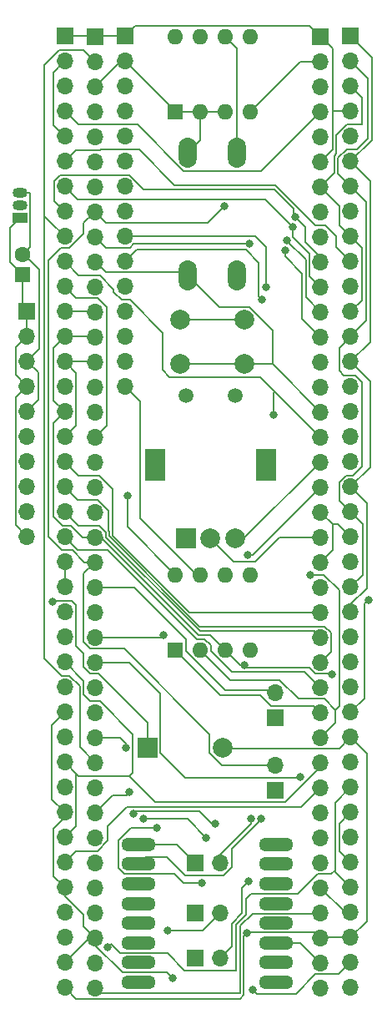
<source format=gtl>
G04 #@! TF.GenerationSoftware,KiCad,Pcbnew,7.0.7*
G04 #@! TF.CreationDate,2023-09-13T10:23:32-04:00*
G04 #@! TF.ProjectId,sensor_node,73656e73-6f72-45f6-9e6f-64652e6b6963,rev?*
G04 #@! TF.SameCoordinates,Original*
G04 #@! TF.FileFunction,Copper,L1,Top*
G04 #@! TF.FilePolarity,Positive*
%FSLAX46Y46*%
G04 Gerber Fmt 4.6, Leading zero omitted, Abs format (unit mm)*
G04 Created by KiCad (PCBNEW 7.0.7) date 2023-09-13 10:23:32*
%MOMM*%
%LPD*%
G01*
G04 APERTURE LIST*
G04 #@! TA.AperFunction,ComponentPad*
%ADD10R,1.700000X1.700000*%
G04 #@! TD*
G04 #@! TA.AperFunction,ComponentPad*
%ADD11O,1.700000X1.700000*%
G04 #@! TD*
G04 #@! TA.AperFunction,ComponentPad*
%ADD12R,1.600000X1.600000*%
G04 #@! TD*
G04 #@! TA.AperFunction,ComponentPad*
%ADD13O,1.600000X1.600000*%
G04 #@! TD*
G04 #@! TA.AperFunction,ComponentPad*
%ADD14R,2.000000X2.000000*%
G04 #@! TD*
G04 #@! TA.AperFunction,ComponentPad*
%ADD15C,2.000000*%
G04 #@! TD*
G04 #@! TA.AperFunction,ComponentPad*
%ADD16R,1.500000X1.050000*%
G04 #@! TD*
G04 #@! TA.AperFunction,ComponentPad*
%ADD17O,1.500000X1.050000*%
G04 #@! TD*
G04 #@! TA.AperFunction,ComponentPad*
%ADD18C,1.500000*%
G04 #@! TD*
G04 #@! TA.AperFunction,ComponentPad*
%ADD19R,2.000000X3.200000*%
G04 #@! TD*
G04 #@! TA.AperFunction,ComponentPad*
%ADD20O,3.500000X1.350000*%
G04 #@! TD*
G04 #@! TA.AperFunction,ComponentPad*
%ADD21C,1.600000*%
G04 #@! TD*
G04 #@! TA.AperFunction,ComponentPad*
%ADD22O,1.850000X3.048000*%
G04 #@! TD*
G04 #@! TA.AperFunction,ViaPad*
%ADD23C,0.800000*%
G04 #@! TD*
G04 #@! TA.AperFunction,Conductor*
%ADD24C,0.200000*%
G04 #@! TD*
G04 #@! TA.AperFunction,Conductor*
%ADD25C,0.150000*%
G04 #@! TD*
G04 APERTURE END LIST*
D10*
X154686000Y-115062000D03*
D11*
X154686000Y-112522000D03*
D10*
X139446000Y-38557200D03*
D11*
X139446000Y-41097200D03*
X139446000Y-43637200D03*
X139446000Y-46177200D03*
X139446000Y-48717200D03*
X139446000Y-51257200D03*
X139446000Y-53797200D03*
X139446000Y-56337200D03*
X139446000Y-58877200D03*
X139446000Y-61417200D03*
X139446000Y-63957200D03*
X139446000Y-66497200D03*
X139446000Y-69037200D03*
X139446000Y-71577200D03*
X139446000Y-74117200D03*
D10*
X133315000Y-38590000D03*
D11*
X133315000Y-41130000D03*
X133315000Y-43670000D03*
X133315000Y-46210000D03*
X133315000Y-48750000D03*
X133315000Y-51290000D03*
X133315000Y-53830000D03*
X133315000Y-56370000D03*
X133315000Y-58910000D03*
X133315000Y-61450000D03*
X133315000Y-63990000D03*
X133315000Y-66530000D03*
X133315000Y-69070000D03*
X133315000Y-71610000D03*
X133315000Y-74150000D03*
X133315000Y-76690000D03*
X133315000Y-79230000D03*
X133315000Y-81770000D03*
X133315000Y-84310000D03*
X133315000Y-86850000D03*
X133315000Y-89390000D03*
X133315000Y-91930000D03*
X133315000Y-94470000D03*
X133315000Y-97010000D03*
X133315000Y-99550000D03*
X133315000Y-102090000D03*
X133315000Y-104630000D03*
X133315000Y-107170000D03*
X133315000Y-109710000D03*
X133315000Y-112250000D03*
X133315000Y-114790000D03*
X133315000Y-117330000D03*
X133315000Y-119870000D03*
X133315000Y-122410000D03*
X133315000Y-124950000D03*
X133315000Y-127490000D03*
X133315000Y-130030000D03*
X133315000Y-132570000D03*
X133315000Y-135110000D03*
D10*
X162340000Y-38590000D03*
D11*
X162340000Y-41130000D03*
X162340000Y-43670000D03*
X162340000Y-46210000D03*
X162340000Y-48750000D03*
X162340000Y-51290000D03*
X162340000Y-53830000D03*
X162340000Y-56370000D03*
X162340000Y-58910000D03*
X162340000Y-61450000D03*
X162340000Y-63990000D03*
X162340000Y-66530000D03*
X162340000Y-69070000D03*
X162340000Y-71610000D03*
X162340000Y-74150000D03*
X162340000Y-76690000D03*
X162340000Y-79230000D03*
X162340000Y-81770000D03*
X162340000Y-84310000D03*
X162340000Y-86850000D03*
X162340000Y-89390000D03*
X162340000Y-91930000D03*
X162340000Y-94470000D03*
X162340000Y-97010000D03*
X162340000Y-99550000D03*
X162340000Y-102090000D03*
X162340000Y-104630000D03*
X162340000Y-107170000D03*
X162340000Y-109710000D03*
X162340000Y-112250000D03*
X162340000Y-114790000D03*
X162340000Y-117330000D03*
X162340000Y-119870000D03*
X162340000Y-122410000D03*
X162340000Y-124950000D03*
X162340000Y-127490000D03*
X162340000Y-130030000D03*
X162340000Y-132570000D03*
X162340000Y-135110000D03*
D12*
X144526000Y-100838000D03*
D13*
X147066000Y-100838000D03*
X149606000Y-100838000D03*
X152146000Y-100838000D03*
X152146000Y-93218000D03*
X149606000Y-93218000D03*
X147066000Y-93218000D03*
X144526000Y-93218000D03*
D14*
X141742000Y-110744000D03*
D15*
X149342000Y-110744000D03*
D16*
X128750000Y-57000000D03*
D17*
X128750000Y-55730000D03*
X128750000Y-54460000D03*
D18*
X145622000Y-75042000D03*
X150622000Y-75042000D03*
D14*
X145622000Y-89542000D03*
D15*
X150622000Y-89542000D03*
X148122000Y-89542000D03*
D19*
X142522000Y-82042000D03*
X153722000Y-82042000D03*
D10*
X146558000Y-132108000D03*
D11*
X149098000Y-132108000D03*
D10*
X129500000Y-66470000D03*
D11*
X129500000Y-69010000D03*
X129500000Y-71550000D03*
X129500000Y-74090000D03*
X129500000Y-76630000D03*
X129500000Y-79170000D03*
X129500000Y-81710000D03*
X129500000Y-84250000D03*
X129500000Y-86790000D03*
X129500000Y-89330000D03*
D20*
X154798000Y-134568000D03*
X154798000Y-132568000D03*
X154798000Y-130568000D03*
X154798000Y-128568000D03*
X154798000Y-126568000D03*
X154798000Y-124568000D03*
X154798000Y-122568000D03*
X154798000Y-120568000D03*
X140804000Y-134568000D03*
X140804000Y-132568000D03*
X140804000Y-130568000D03*
X140804000Y-128568000D03*
X140804000Y-126568000D03*
X140804000Y-124568000D03*
X140804000Y-122568000D03*
X140804000Y-120568000D03*
D10*
X154686000Y-107696000D03*
D11*
X154686000Y-105156000D03*
D12*
X144526000Y-46228000D03*
D13*
X147066000Y-46228000D03*
X149606000Y-46228000D03*
X152146000Y-46228000D03*
X152146000Y-38608000D03*
X149606000Y-38608000D03*
X147066000Y-38608000D03*
X144526000Y-38608000D03*
D10*
X146558000Y-127508000D03*
D11*
X149098000Y-127508000D03*
D12*
X129000000Y-62750000D03*
D21*
X129000000Y-60750000D03*
D10*
X146558000Y-122428000D03*
D11*
X149098000Y-122428000D03*
D22*
X145836000Y-62882000D03*
X145836000Y-50382000D03*
X150836000Y-62882000D03*
X150836000Y-50382000D03*
D15*
X151535200Y-71846000D03*
X145035200Y-71846000D03*
X151535200Y-67346000D03*
X145035200Y-67346000D03*
D10*
X136398000Y-38608000D03*
D11*
X136398000Y-41148000D03*
X136398000Y-43688000D03*
X136398000Y-46228000D03*
X136398000Y-48768000D03*
X136398000Y-51308000D03*
X136398000Y-53848000D03*
X136398000Y-56388000D03*
X136398000Y-58928000D03*
X136398000Y-61468000D03*
X136398000Y-64008000D03*
X136398000Y-66548000D03*
X136398000Y-69088000D03*
X136398000Y-71628000D03*
X136398000Y-74168000D03*
X136398000Y-76708000D03*
X136398000Y-79248000D03*
X136398000Y-81788000D03*
X136398000Y-84328000D03*
X136398000Y-86868000D03*
X136398000Y-89408000D03*
X136398000Y-91948000D03*
X136398000Y-94488000D03*
X136398000Y-97028000D03*
X136398000Y-99568000D03*
X136398000Y-102108000D03*
X136398000Y-104648000D03*
X136398000Y-107188000D03*
X136398000Y-109728000D03*
X136398000Y-112268000D03*
X136398000Y-114808000D03*
X136398000Y-117348000D03*
X136398000Y-119888000D03*
X136398000Y-122428000D03*
X136398000Y-124968000D03*
X136398000Y-127508000D03*
X136398000Y-130048000D03*
X136398000Y-132588000D03*
X136398000Y-135128000D03*
D10*
X159258000Y-38608000D03*
D11*
X159258000Y-41148000D03*
X159258000Y-43688000D03*
X159258000Y-46228000D03*
X159258000Y-48768000D03*
X159258000Y-51308000D03*
X159258000Y-53848000D03*
X159258000Y-56388000D03*
X159258000Y-58928000D03*
X159258000Y-61468000D03*
X159258000Y-64008000D03*
X159258000Y-66548000D03*
X159258000Y-69088000D03*
X159258000Y-71628000D03*
X159258000Y-74168000D03*
X159258000Y-76708000D03*
X159258000Y-79248000D03*
X159258000Y-81788000D03*
X159258000Y-84328000D03*
X159258000Y-86868000D03*
X159258000Y-89408000D03*
X159258000Y-91948000D03*
X159258000Y-94488000D03*
X159258000Y-97028000D03*
X159258000Y-99568000D03*
X159258000Y-102108000D03*
X159258000Y-104648000D03*
X159258000Y-107188000D03*
X159258000Y-109728000D03*
X159258000Y-112268000D03*
X159258000Y-114808000D03*
X159258000Y-117348000D03*
X159258000Y-119888000D03*
X159258000Y-122428000D03*
X159258000Y-124968000D03*
X159258000Y-127508000D03*
X159258000Y-130048000D03*
X159258000Y-132588000D03*
X159258000Y-135128000D03*
D23*
X151892000Y-91186000D03*
X149500000Y-55792500D03*
X152058595Y-59655493D03*
X143307067Y-99314000D03*
X152000000Y-124300000D03*
X143756500Y-129283535D03*
X157250000Y-113750000D03*
X152250000Y-118000000D03*
X155684662Y-60279569D03*
X158242000Y-93218000D03*
X153249503Y-118000000D03*
X153732500Y-64008000D03*
X153332500Y-65278000D03*
X139689692Y-85189692D03*
X164146500Y-95758000D03*
X139549500Y-110750000D03*
X156508500Y-57912000D03*
X156718000Y-56896000D03*
X139900000Y-115300000D03*
X132080000Y-96000000D03*
X155892474Y-59301909D03*
X137700000Y-131000000D03*
X152400000Y-135300000D03*
X147232500Y-124460000D03*
X142700000Y-118900000D03*
X141300000Y-118000000D03*
X147685221Y-119914779D03*
X148597820Y-118502180D03*
X140300000Y-117449500D03*
X154494500Y-77000000D03*
X151829500Y-129600000D03*
X160479500Y-103308359D03*
X144272000Y-134174500D03*
X151575500Y-102362000D03*
D24*
X151892000Y-91186000D02*
X152400000Y-91186000D01*
X151130000Y-135700000D02*
X151130000Y-128850372D01*
X152400000Y-91186000D02*
X159258000Y-84328000D01*
X159173000Y-127593000D02*
X159258000Y-127508000D01*
X136970000Y-135700000D02*
X151130000Y-135700000D01*
X152387372Y-127593000D02*
X159173000Y-127593000D01*
X136398000Y-135128000D02*
X136970000Y-135700000D01*
X151130000Y-128850372D02*
X152387372Y-127593000D01*
X135248000Y-58603346D02*
X133791346Y-60060000D01*
X148042000Y-109434000D02*
X148042000Y-111282478D01*
X139326000Y-100718000D02*
X148042000Y-109434000D01*
X133048654Y-90750000D02*
X134102314Y-90750000D01*
X136398000Y-56388000D02*
X135248000Y-57538000D01*
X131650000Y-61350000D02*
X131650000Y-89351346D01*
X136398000Y-56388000D02*
X137497200Y-57487200D01*
X147805300Y-57487200D02*
X149500000Y-55792500D01*
X149281522Y-112522000D02*
X154686000Y-112522000D01*
X132940000Y-60060000D02*
X131650000Y-61350000D01*
X137497200Y-57487200D02*
X147805300Y-57487200D01*
X131650000Y-89351346D02*
X133048654Y-90750000D01*
X148042000Y-111282478D02*
X149281522Y-112522000D01*
X134102314Y-90750000D02*
X135300314Y-91948000D01*
X136398000Y-91948000D02*
X135248000Y-93098000D01*
X135248000Y-100044346D02*
X135921654Y-100718000D01*
X133791346Y-60060000D02*
X132940000Y-60060000D01*
X135248000Y-57538000D02*
X135248000Y-58603346D01*
X135300314Y-91948000D02*
X136398000Y-91948000D01*
X135248000Y-93098000D02*
X135248000Y-100044346D01*
X135921654Y-100718000D02*
X139326000Y-100718000D01*
X139922346Y-60027200D02*
X137497200Y-60027200D01*
X154432000Y-104902000D02*
X149574365Y-104902000D01*
X137497200Y-60027200D02*
X136398000Y-58928000D01*
X152058595Y-59655493D02*
X140294053Y-59655493D01*
X140294053Y-59655493D02*
X139922346Y-60027200D01*
X149574365Y-104902000D02*
X145626000Y-100953635D01*
X140376000Y-94488000D02*
X136398000Y-94488000D01*
X145626000Y-99738000D02*
X140376000Y-94488000D01*
X145626000Y-100953635D02*
X145626000Y-99738000D01*
X154686000Y-105156000D02*
X154432000Y-104902000D01*
X143307067Y-99314000D02*
X143053067Y-99568000D01*
X150248000Y-130958000D02*
X149098000Y-132108000D01*
X150836000Y-50382000D02*
X150836000Y-39838000D01*
X150248000Y-128601000D02*
X150248000Y-130958000D01*
X151300000Y-127549000D02*
X150248000Y-128601000D01*
X150836000Y-39838000D02*
X149606000Y-38608000D01*
X151300000Y-125000000D02*
X151300000Y-127549000D01*
X152000000Y-124300000D02*
X151300000Y-125000000D01*
X143053067Y-99568000D02*
X136398000Y-99568000D01*
X139858000Y-102108000D02*
X136398000Y-102108000D01*
X157208000Y-113792000D02*
X145542000Y-113792000D01*
X143756500Y-129283535D02*
X147322465Y-129283535D01*
X143042000Y-105292000D02*
X139858000Y-102108000D01*
X157250000Y-113750000D02*
X157208000Y-113792000D01*
X143042000Y-111292000D02*
X143042000Y-105292000D01*
X145542000Y-113792000D02*
X143042000Y-111292000D01*
X147322465Y-129283535D02*
X149098000Y-127508000D01*
X152250000Y-118450000D02*
X152250000Y-118000000D01*
X149098000Y-122428000D02*
X149098000Y-121602000D01*
X149098000Y-121602000D02*
X152250000Y-118450000D01*
X153162000Y-105410000D02*
X154298000Y-106546000D01*
X157408000Y-62658000D02*
X157408000Y-67238000D01*
X159258000Y-106680000D02*
X159258000Y-107188000D01*
X158616000Y-106546000D02*
X159258000Y-107188000D01*
X155684662Y-60934662D02*
X157408000Y-62658000D01*
X155684662Y-60279569D02*
X155684662Y-60934662D01*
X144526000Y-100838000D02*
X149098000Y-105410000D01*
X154298000Y-106546000D02*
X158616000Y-106546000D01*
X157408000Y-67238000D02*
X159258000Y-69088000D01*
X149098000Y-105410000D02*
X153162000Y-105410000D01*
X159614346Y-93218000D02*
X161179500Y-94783154D01*
X160782000Y-106934000D02*
X159646000Y-105798000D01*
X161179500Y-106536500D02*
X160782000Y-106934000D01*
X157030173Y-105798000D02*
X155118173Y-103886000D01*
X155118173Y-103886000D02*
X150114000Y-103886000D01*
X159258000Y-109728000D02*
X160782000Y-108204000D01*
X159646000Y-105798000D02*
X157030173Y-105798000D01*
X158242000Y-93218000D02*
X159614346Y-93218000D01*
X150114000Y-103886000D02*
X147066000Y-100838000D01*
X161179500Y-94783154D02*
X161179500Y-106536500D01*
X160782000Y-108204000D02*
X160782000Y-106934000D01*
X145528000Y-123698000D02*
X143723000Y-121893000D01*
X141479000Y-121893000D02*
X140804000Y-122568000D01*
X153732500Y-59982500D02*
X152627200Y-58877200D01*
X150248000Y-122904346D02*
X149454346Y-123698000D01*
X152627200Y-58877200D02*
X139446000Y-58877200D01*
X153249503Y-118000000D02*
X153249503Y-118050497D01*
X143723000Y-121893000D02*
X141479000Y-121893000D01*
X149454346Y-123698000D02*
X145528000Y-123698000D01*
X150248000Y-121052000D02*
X150248000Y-122904346D01*
X153732500Y-64008000D02*
X153732500Y-59982500D01*
X153249503Y-118050497D02*
X150248000Y-121052000D01*
X140613200Y-60250000D02*
X151690000Y-60250000D01*
X153032500Y-64978000D02*
X153332500Y-65278000D01*
X153032500Y-61592500D02*
X153032500Y-64978000D01*
X139446000Y-61417200D02*
X140613200Y-60250000D01*
X151690000Y-60250000D02*
X153032500Y-61592500D01*
X139446000Y-74117200D02*
X141000000Y-75671200D01*
X141000000Y-87520000D02*
X146698000Y-93218000D01*
X146698000Y-93218000D02*
X147066000Y-93218000D01*
X141000000Y-75671200D02*
X141000000Y-87520000D01*
X139689692Y-88381692D02*
X144526000Y-93218000D01*
X139689692Y-85189692D02*
X139689692Y-88381692D01*
X151535200Y-67346000D02*
X145035200Y-67346000D01*
X163750000Y-96154500D02*
X163750000Y-105745000D01*
X163750000Y-105745000D02*
X162329000Y-107166000D01*
X134454000Y-121256000D02*
X133304000Y-122406000D01*
X159258000Y-114808000D02*
X157316000Y-116750000D01*
X136656346Y-121256000D02*
X134454000Y-121256000D01*
X137700000Y-118700000D02*
X137700000Y-120212346D01*
X133420000Y-43670000D02*
X133500000Y-43750000D01*
X139650000Y-116750000D02*
X137700000Y-118700000D01*
X164146500Y-95758000D02*
X163750000Y-96154500D01*
X137700000Y-120212346D02*
X136656346Y-121256000D01*
X157316000Y-116750000D02*
X139650000Y-116750000D01*
X131250000Y-56845000D02*
X131905000Y-57500000D01*
X132770000Y-39980000D02*
X131250000Y-41500000D01*
X136398000Y-112268000D02*
X134848000Y-110718000D01*
X131905000Y-57500000D02*
X133315000Y-58910000D01*
X132980000Y-103480000D02*
X131250000Y-101750000D01*
X134848000Y-110718000D02*
X134848000Y-104536654D01*
X131250000Y-101750000D02*
X131250000Y-56845000D01*
X133791346Y-103480000D02*
X132980000Y-103480000D01*
X135230000Y-39980000D02*
X132770000Y-39980000D01*
X134848000Y-104536654D02*
X133791346Y-103480000D01*
X131250000Y-41500000D02*
X131250000Y-56845000D01*
X136398000Y-41148000D02*
X135230000Y-39980000D01*
X134432000Y-50158000D02*
X136874346Y-50158000D01*
X158781654Y-57778000D02*
X159734346Y-57778000D01*
X139549500Y-110750000D02*
X139549500Y-110339500D01*
X133304000Y-51286000D02*
X134432000Y-50158000D01*
X154730654Y-53727000D02*
X158781654Y-57778000D01*
X139549500Y-110339500D02*
X138938000Y-109728000D01*
X159734346Y-57778000D02*
X160850000Y-58893654D01*
X136925146Y-50107200D02*
X140857200Y-50107200D01*
X136874346Y-50158000D02*
X136925146Y-50107200D01*
X160850000Y-58893654D02*
X160850000Y-59967000D01*
X144477000Y-53727000D02*
X154730654Y-53727000D01*
X138938000Y-109728000D02*
X136398000Y-109728000D01*
X140857200Y-50107200D02*
X144477000Y-53727000D01*
X160850000Y-59967000D02*
X162329000Y-61446000D01*
D25*
X147003280Y-98493000D02*
X159703280Y-98493000D01*
X133304000Y-84306000D02*
X134608000Y-85610000D01*
X136660280Y-85610000D02*
X137795000Y-86744720D01*
X137823000Y-88817745D02*
X137823000Y-89312720D01*
X159703280Y-98493000D02*
X160333000Y-99122720D01*
X137795000Y-88011000D02*
X137795000Y-88789745D01*
X153714500Y-55118000D02*
X134596000Y-55118000D01*
X158183000Y-62933000D02*
X158183000Y-60647000D01*
X156508500Y-58972500D02*
X156508500Y-57912000D01*
X137823000Y-89312720D02*
X147003280Y-98493000D01*
X156508500Y-57912000D02*
X153714500Y-55118000D01*
X137795000Y-88789745D02*
X137823000Y-88817745D01*
X158183000Y-60647000D02*
X156508500Y-58972500D01*
X137795000Y-86744720D02*
X137795000Y-88011000D01*
X134608000Y-85610000D02*
X136660280Y-85610000D01*
X160333000Y-99122720D02*
X160333000Y-101033000D01*
X160333000Y-101033000D02*
X159258000Y-102108000D01*
X134596000Y-55118000D02*
X133304000Y-53826000D01*
X159258000Y-64008000D02*
X158183000Y-62933000D01*
X147049016Y-98963000D02*
X158653000Y-98963000D01*
X139911991Y-52672200D02*
X132834800Y-52672200D01*
X156556000Y-56082676D02*
X154575324Y-54102000D01*
X141341791Y-54102000D02*
X139911991Y-52672200D01*
X154575324Y-54102000D02*
X141341791Y-54102000D01*
X158653000Y-98963000D02*
X159258000Y-99568000D01*
X134741000Y-88283000D02*
X136863991Y-88283000D01*
X157734000Y-59436000D02*
X159258000Y-60960000D01*
X156556000Y-56734000D02*
X156556000Y-56082676D01*
X137523000Y-89436984D02*
X147049016Y-98963000D01*
X137523000Y-88942009D02*
X137523000Y-89436984D01*
X156718000Y-56896000D02*
X156556000Y-56734000D01*
X132229000Y-55291000D02*
X133304000Y-56366000D01*
X133304000Y-86846000D02*
X134741000Y-88283000D01*
X132834800Y-52672200D02*
X132229000Y-53278000D01*
X157734000Y-57912000D02*
X157734000Y-59436000D01*
X159258000Y-60960000D02*
X159258000Y-61468000D01*
X136863991Y-88283000D02*
X137523000Y-88942009D01*
X156718000Y-56896000D02*
X157734000Y-57912000D01*
X132229000Y-53278000D02*
X132229000Y-55291000D01*
D24*
X137548000Y-78098000D02*
X136398000Y-79248000D01*
X137548000Y-66071654D02*
X137548000Y-78098000D01*
X133304000Y-63986000D02*
X134498000Y-65180000D01*
X134483000Y-65158000D02*
X136634346Y-65158000D01*
X133315000Y-63990000D02*
X134483000Y-65158000D01*
X136634346Y-65158000D02*
X137548000Y-66071654D01*
X133304000Y-74146000D02*
X133304000Y-74844000D01*
X135248000Y-102584346D02*
X135921654Y-103258000D01*
X135921654Y-103258000D02*
X136758000Y-103258000D01*
X134465000Y-99073654D02*
X134465000Y-100026346D01*
X134454000Y-100037346D02*
X134454000Y-100418000D01*
X134465000Y-100026346D02*
X134454000Y-100037346D01*
X134454000Y-99062654D02*
X134465000Y-99073654D01*
X137160000Y-81788000D02*
X136398000Y-81788000D01*
X138176000Y-115570000D02*
X136398000Y-117348000D01*
X134056000Y-95856000D02*
X134465000Y-96265000D01*
X132224000Y-95856000D02*
X134056000Y-95856000D01*
X141742000Y-108242000D02*
X141742000Y-110744000D01*
X135248000Y-101212000D02*
X135248000Y-102584346D01*
X139900000Y-115300000D02*
X139630000Y-115570000D01*
X139630000Y-115570000D02*
X138176000Y-115570000D01*
X132080000Y-96000000D02*
X132224000Y-95856000D01*
X136758000Y-103258000D02*
X141742000Y-108242000D01*
X134465000Y-96265000D02*
X134465000Y-97486346D01*
X134465000Y-97486346D02*
X134454000Y-97497346D01*
X134454000Y-97497346D02*
X134454000Y-99062654D01*
X134454000Y-100418000D02*
X135248000Y-101212000D01*
D25*
X134741000Y-83203000D02*
X136863991Y-83203000D01*
X145962544Y-97028000D02*
X159258000Y-97028000D01*
X138176000Y-84515009D02*
X138176000Y-89241456D01*
X136863991Y-83203000D02*
X138176000Y-84515009D01*
X138176000Y-89241456D02*
X145962544Y-97028000D01*
X133304000Y-81766000D02*
X134741000Y-83203000D01*
D24*
X159258000Y-104648000D02*
X157672000Y-103062000D01*
X157672000Y-103062000D02*
X150274365Y-103062000D01*
X147521635Y-99738000D02*
X146728000Y-99738000D01*
X148166000Y-100382365D02*
X147521635Y-99738000D01*
X146728000Y-99738000D02*
X137668000Y-90678000D01*
X157808000Y-61288000D02*
X157808000Y-65098000D01*
X148166000Y-100953635D02*
X148166000Y-100382365D01*
X134596000Y-90678000D02*
X133304000Y-89386000D01*
X155892474Y-59301909D02*
X155892474Y-59372474D01*
X155892474Y-59372474D02*
X157808000Y-61288000D01*
X150274365Y-103062000D02*
X148166000Y-100953635D01*
X137668000Y-90678000D02*
X134596000Y-90678000D01*
X157808000Y-65098000D02*
X159258000Y-66548000D01*
X159258000Y-81788000D02*
X151504000Y-89542000D01*
X151504000Y-89542000D02*
X150622000Y-89542000D01*
X145500000Y-133350000D02*
X150730000Y-133350000D01*
X151700000Y-127714686D02*
X151700000Y-126100000D01*
X138932243Y-131593000D02*
X143743000Y-131593000D01*
X159021654Y-123578000D02*
X160391000Y-123578000D01*
X164338000Y-69597000D02*
X164338000Y-53295000D01*
X164338000Y-82297000D02*
X164338000Y-73615000D01*
X160779000Y-123396000D02*
X162329000Y-124946000D01*
X164338000Y-53295000D02*
X162329000Y-51286000D01*
X163976000Y-85953000D02*
X162329000Y-84306000D01*
X162329000Y-51286000D02*
X164500000Y-49115000D01*
X160779000Y-116336000D02*
X160779000Y-123396000D01*
X162329000Y-84306000D02*
X164338000Y-82297000D01*
X151700000Y-126100000D02*
X152207000Y-125593000D01*
X150730000Y-128684686D02*
X151700000Y-127714686D01*
X164500000Y-40757000D02*
X162329000Y-38586000D01*
X163976000Y-94596500D02*
X163976000Y-85953000D01*
X162329000Y-114786000D02*
X160779000Y-116336000D01*
X162329000Y-97006000D02*
X162329000Y-96243500D01*
X157006654Y-125593000D02*
X159021654Y-123578000D01*
X162329000Y-96243500D02*
X163976000Y-94596500D01*
X152207000Y-125593000D02*
X157006654Y-125593000D01*
X137972993Y-130633750D02*
X138932243Y-131593000D01*
X162329000Y-71606000D02*
X164338000Y-69597000D01*
X143743000Y-131593000D02*
X145500000Y-133350000D01*
X150730000Y-133350000D02*
X150730000Y-128684686D01*
X164338000Y-73615000D02*
X162329000Y-71606000D01*
X160391000Y-123578000D02*
X160779000Y-123190000D01*
X164500000Y-49115000D02*
X164500000Y-40757000D01*
X161036000Y-52533000D02*
X161036000Y-50952654D01*
X164100000Y-48949314D02*
X164100000Y-42897000D01*
X163490000Y-82246346D02*
X163490000Y-73673654D01*
X164100000Y-42897000D02*
X162329000Y-41126000D01*
X161179000Y-85696000D02*
X161179000Y-83829654D01*
X161179000Y-70216000D02*
X163938000Y-67457000D01*
X162816346Y-82920000D02*
X163490000Y-82246346D01*
X163011314Y-50038000D02*
X164100000Y-48949314D01*
X162812346Y-72996000D02*
X161642000Y-72996000D01*
X162329000Y-122406000D02*
X161179000Y-121256000D01*
X163938000Y-67457000D02*
X163938000Y-55435000D01*
X162329000Y-94466000D02*
X163576000Y-93219000D01*
X163576000Y-93219000D02*
X163576000Y-88093000D01*
X162565346Y-83156000D02*
X162801346Y-82920000D01*
X152400000Y-135300000D02*
X152850000Y-135750000D01*
X163490000Y-73673654D02*
X162812346Y-72996000D01*
X161950654Y-50038000D02*
X163011314Y-50038000D01*
X158781654Y-133738000D02*
X161157000Y-133738000D01*
X161157000Y-133738000D02*
X162329000Y-132566000D01*
X161179000Y-83829654D02*
X161852654Y-83156000D01*
X163576000Y-88093000D02*
X161179000Y-85696000D01*
X163938000Y-55435000D02*
X161036000Y-52533000D01*
X161179000Y-118476000D02*
X162329000Y-117326000D01*
X161036000Y-50952654D02*
X161950654Y-50038000D01*
X161179000Y-121256000D02*
X161179000Y-118476000D01*
X161179000Y-72533000D02*
X161179000Y-70216000D01*
X161852654Y-83156000D02*
X162565346Y-83156000D01*
X162801346Y-82920000D02*
X162816346Y-82920000D01*
X152850000Y-135750000D02*
X156769654Y-135750000D01*
X161642000Y-72996000D02*
X161179000Y-72533000D01*
X156769654Y-135750000D02*
X158781654Y-133738000D01*
X140018142Y-118900000D02*
X138754000Y-120164142D01*
X138754000Y-122971858D02*
X139325142Y-123543000D01*
X142700000Y-118900000D02*
X140018142Y-118900000D01*
X144443000Y-123543000D02*
X145360000Y-124460000D01*
X139325142Y-123543000D02*
X144443000Y-123543000D01*
X145360000Y-124460000D02*
X147232500Y-124460000D01*
X138754000Y-120164142D02*
X138754000Y-122971858D01*
X141300000Y-118000000D02*
X145770442Y-118000000D01*
X145770442Y-118000000D02*
X147685221Y-119914779D01*
X148252180Y-118502180D02*
X148597820Y-118502180D01*
X140549500Y-117200000D02*
X146950000Y-117200000D01*
X140300000Y-117449500D02*
X140549500Y-117200000D01*
X140004800Y-69037200D02*
X139446000Y-69037200D01*
X146950000Y-117200000D02*
X148252180Y-118502180D01*
X140760000Y-128568000D02*
X140716000Y-128524000D01*
X140804000Y-128568000D02*
X140760000Y-128568000D01*
X136874346Y-62858000D02*
X138296000Y-64279654D01*
X139097200Y-65347200D02*
X139922346Y-65347200D01*
X134723000Y-62858000D02*
X136874346Y-62858000D01*
X138296000Y-64279654D02*
X138296000Y-64546000D01*
X143250000Y-72441206D02*
X143954794Y-73146000D01*
X139922346Y-65347200D02*
X143250000Y-68674854D01*
X138296000Y-64546000D02*
X139097200Y-65347200D01*
X154494500Y-74755500D02*
X154630000Y-74620000D01*
X143954794Y-73146000D02*
X153156000Y-73146000D01*
X154494500Y-77000000D02*
X154494500Y-74755500D01*
X154630000Y-74620000D02*
X159258000Y-79248000D01*
X153156000Y-73146000D02*
X154630000Y-74620000D01*
X133315000Y-61450000D02*
X134723000Y-62858000D01*
X143250000Y-68674854D02*
X143250000Y-72441206D01*
X135921654Y-106038000D02*
X136874346Y-106038000D01*
X135248000Y-104023000D02*
X135248000Y-105364346D01*
X134672200Y-47567200D02*
X140689788Y-47567200D01*
X140689788Y-47567200D02*
X145372588Y-52250000D01*
X134465000Y-113400000D02*
X134465000Y-118720000D01*
X133315000Y-112250000D02*
X134723000Y-113658000D01*
X139907843Y-113658000D02*
X142500000Y-116250157D01*
X159258000Y-112731950D02*
X159258000Y-112268000D01*
X133315000Y-112250000D02*
X134465000Y-113400000D01*
X133315000Y-46210000D02*
X134672200Y-47567200D01*
X136874346Y-106038000D02*
X140249500Y-109413154D01*
X134465000Y-118720000D02*
X133315000Y-119870000D01*
X145372588Y-52250000D02*
X153236000Y-52250000D01*
X155739793Y-116250157D02*
X159258000Y-112731950D01*
X153236000Y-52250000D02*
X159258000Y-46228000D01*
X135248000Y-105364346D02*
X135921654Y-106038000D01*
X134723000Y-113658000D02*
X139907843Y-113658000D01*
X140249500Y-113316343D02*
X139907843Y-113658000D01*
X133315000Y-102090000D02*
X135248000Y-104023000D01*
X142500000Y-116250157D02*
X155739793Y-116250157D01*
X140249500Y-109413154D02*
X140249500Y-113316343D01*
D25*
X134440000Y-72735000D02*
X134440000Y-78105000D01*
X137472200Y-62542200D02*
X145496200Y-62542200D01*
X163465000Y-44795000D02*
X163465000Y-47535000D01*
X145836000Y-62882000D02*
X149025000Y-66071000D01*
X133304000Y-48746000D02*
X132179000Y-47621000D01*
X155127009Y-89408000D02*
X152674009Y-91861000D01*
X160875000Y-48624009D02*
X160875000Y-50508000D01*
X144526000Y-46228000D02*
X149606000Y-46228000D01*
X161197000Y-110853000D02*
X162340000Y-109710000D01*
X133304000Y-66526000D02*
X133304000Y-66340000D01*
X162340000Y-109710000D02*
X164000000Y-111370000D01*
X136398000Y-61468000D02*
X137472200Y-62542200D01*
X138988800Y-41097200D02*
X139446000Y-41097200D01*
X151107330Y-136253000D02*
X134458000Y-136253000D01*
X162340000Y-130030000D02*
X159770974Y-130030000D01*
X127750000Y-58000000D02*
X128750000Y-57000000D01*
X154400000Y-71850000D02*
X154396000Y-71846000D01*
X140804000Y-120568000D02*
X144698000Y-120568000D01*
X144687000Y-72702200D02*
X145035200Y-72354000D01*
X127750000Y-61500000D02*
X127750000Y-58000000D01*
X159818000Y-89408000D02*
X159258000Y-89408000D01*
X163465000Y-47535000D02*
X161964009Y-47535000D01*
X136398000Y-43688000D02*
X138988800Y-41097200D01*
X128375000Y-88205000D02*
X129500000Y-89330000D01*
X157226000Y-41148000D02*
X152146000Y-46228000D01*
X136376000Y-48746000D02*
X136398000Y-48768000D01*
X161964009Y-47535000D02*
X160875000Y-48624009D01*
X149025000Y-66071000D02*
X152063323Y-66071000D01*
X151911500Y-129518000D02*
X158728000Y-129518000D01*
X159258000Y-89408000D02*
X155127009Y-89408000D01*
X152063323Y-66071000D02*
X154396000Y-68403677D01*
X133315000Y-71610000D02*
X134440000Y-72735000D01*
X161215000Y-57785000D02*
X162340000Y-58910000D01*
X149342000Y-110744000D02*
X149451000Y-110853000D01*
X132179000Y-42251000D02*
X133304000Y-41126000D01*
X151535200Y-71846000D02*
X145530174Y-71846000D01*
X133315000Y-71610000D02*
X136380000Y-71610000D01*
X134458000Y-136253000D02*
X133315000Y-135110000D01*
X160661000Y-50722000D02*
X160661000Y-52445000D01*
X139446000Y-41097200D02*
X144526000Y-46177200D01*
X158728000Y-129518000D02*
X159258000Y-130048000D01*
X128375000Y-70135000D02*
X128375000Y-72965000D01*
X133672000Y-48768000D02*
X133654000Y-48750000D01*
X163465000Y-65405000D02*
X163465000Y-60035000D01*
X133315000Y-66530000D02*
X136380000Y-66530000D01*
X154396000Y-71846000D02*
X151885200Y-71846000D01*
X128375000Y-72965000D02*
X129500000Y-74090000D01*
X161215000Y-55805000D02*
X161215000Y-57785000D01*
X149451000Y-110853000D02*
X161197000Y-110853000D01*
X161776000Y-43666000D02*
X162329000Y-43666000D01*
X147066000Y-46228000D02*
X147066000Y-49152000D01*
X159770974Y-130030000D02*
X159505487Y-130295487D01*
X134440000Y-78105000D02*
X133315000Y-79230000D01*
X148122000Y-89542000D02*
X150441000Y-91861000D01*
X132179000Y-47621000D02*
X132179000Y-42251000D01*
X164000000Y-128370000D02*
X162340000Y-130030000D01*
X151829500Y-129600000D02*
X151911500Y-129518000D01*
X151505000Y-135855330D02*
X151107330Y-136253000D01*
X129500000Y-69010000D02*
X128375000Y-70135000D01*
X159280000Y-130026000D02*
X159258000Y-130048000D01*
X129000000Y-62750000D02*
X129000000Y-65970000D01*
X154396000Y-68403677D02*
X154396000Y-71846000D01*
X162340000Y-43670000D02*
X163465000Y-44795000D01*
X129000000Y-65970000D02*
X129500000Y-66470000D01*
X164000000Y-111370000D02*
X164000000Y-128370000D01*
X133304000Y-66340000D02*
X133350000Y-66294000D01*
X144698000Y-120568000D02*
X146558000Y-122428000D01*
X160875000Y-50508000D02*
X160661000Y-50722000D01*
X145496200Y-62542200D02*
X145836000Y-62882000D01*
X129500000Y-66470000D02*
X129500000Y-69010000D01*
X159258000Y-53848000D02*
X161215000Y-55805000D01*
X150441000Y-91861000D02*
X152674009Y-91861000D01*
X151829500Y-129600000D02*
X151505000Y-129924500D01*
X136376000Y-132566000D02*
X136398000Y-132588000D01*
X128375000Y-75215000D02*
X128375000Y-88205000D01*
X136380000Y-71610000D02*
X136398000Y-71628000D01*
X159258000Y-41148000D02*
X157226000Y-41148000D01*
X136380000Y-66530000D02*
X136398000Y-66548000D01*
X161776000Y-79226000D02*
X162329000Y-79226000D01*
X160661000Y-52445000D02*
X159258000Y-53848000D01*
X162340000Y-66530000D02*
X163465000Y-65405000D01*
X145530174Y-71846000D02*
X145282687Y-71598513D01*
X128750000Y-65720000D02*
X129500000Y-66470000D01*
X129500000Y-74090000D02*
X128375000Y-75215000D01*
X151505000Y-129924500D02*
X151505000Y-135855330D01*
X147066000Y-49152000D02*
X145836000Y-50382000D01*
X163465000Y-60035000D02*
X162340000Y-58910000D01*
X129000000Y-62750000D02*
X127750000Y-61500000D01*
X159258000Y-76708000D02*
X154400000Y-71850000D01*
D24*
X136398000Y-89408000D02*
X136963686Y-89408000D01*
X130650000Y-72700000D02*
X129500000Y-71550000D01*
X130750000Y-70300000D02*
X130750000Y-62300000D01*
X130650000Y-75480000D02*
X130650000Y-72700000D01*
X133315000Y-94470000D02*
X133315000Y-91930000D01*
X159258000Y-51308000D02*
X160500000Y-50066000D01*
X151575500Y-102362000D02*
X151130000Y-102362000D01*
X160429141Y-103258000D02*
X160479500Y-103308359D01*
X161780000Y-127490000D02*
X162340000Y-127490000D01*
X135248000Y-127748000D02*
X135248000Y-128898000D01*
X160540000Y-46210000D02*
X160500000Y-46250000D01*
X133315000Y-76690000D02*
X132165000Y-77840000D01*
X136398000Y-130810000D02*
X136398000Y-130048000D01*
X129710000Y-54460000D02*
X128750000Y-54460000D01*
X129500000Y-76630000D02*
X130650000Y-75480000D01*
X146893686Y-99338000D02*
X148106000Y-99338000D01*
X143690500Y-133593000D02*
X139181000Y-133593000D01*
X140503200Y-37500000D02*
X158150000Y-37500000D01*
X151829500Y-102616000D02*
X158139654Y-102616000D01*
X129000000Y-60750000D02*
X129800000Y-59950000D01*
X161060000Y-88110000D02*
X160500000Y-88110000D01*
X132000000Y-108485000D02*
X133315000Y-107170000D01*
X130750000Y-62300000D02*
X129200000Y-60750000D01*
X133078654Y-88240000D02*
X133990000Y-88240000D01*
X129200000Y-60750000D02*
X128750000Y-60750000D01*
X133990000Y-88240000D02*
X135158000Y-89408000D01*
X151130000Y-102362000D02*
X149606000Y-100838000D01*
X133315000Y-124950000D02*
X132165000Y-123800000D01*
X132165000Y-87326346D02*
X133078654Y-88240000D01*
X158781654Y-103258000D02*
X160429141Y-103258000D01*
X154798000Y-130568000D02*
X157238000Y-130568000D01*
X160500000Y-46250000D02*
X160500000Y-39850000D01*
X139413200Y-38590000D02*
X139446000Y-38557200D01*
X139181000Y-133593000D02*
X136398000Y-130810000D01*
X136963686Y-89408000D02*
X146893686Y-99338000D01*
X132165000Y-123800000D02*
X132165000Y-118995330D01*
X136380000Y-69070000D02*
X136398000Y-69088000D01*
X158150000Y-37500000D02*
X159258000Y-38608000D01*
X162340000Y-89390000D02*
X161060000Y-88110000D01*
X129800000Y-59950000D02*
X129800000Y-54550000D01*
X135248000Y-128898000D02*
X136398000Y-130048000D01*
X139446000Y-38557200D02*
X140503200Y-37500000D01*
X151575500Y-102362000D02*
X151829500Y-102616000D01*
X132000000Y-116015000D02*
X132000000Y-108485000D01*
X135158000Y-89408000D02*
X136398000Y-89408000D01*
X144272000Y-134174500D02*
X143690500Y-133593000D01*
X132165000Y-70220000D02*
X133315000Y-69070000D01*
X157238000Y-130568000D02*
X159258000Y-132588000D01*
X159258000Y-124968000D02*
X161780000Y-127490000D01*
X160500000Y-50066000D02*
X160500000Y-46250000D01*
X160500000Y-39850000D02*
X159258000Y-38608000D01*
X129500000Y-71550000D02*
X130750000Y-70300000D01*
X160500000Y-88110000D02*
X159258000Y-86868000D01*
X133315000Y-124950000D02*
X133315000Y-125815000D01*
X133315000Y-38590000D02*
X139413200Y-38590000D01*
X148106000Y-99338000D02*
X149606000Y-100838000D01*
X133315000Y-69070000D02*
X136380000Y-69070000D01*
D25*
X162307000Y-89408000D02*
X162329000Y-89386000D01*
D24*
X133315000Y-76690000D02*
X132165000Y-75540000D01*
X133315000Y-125815000D02*
X135248000Y-127748000D01*
X158139654Y-102616000D02*
X158781654Y-103258000D01*
X160500000Y-90706000D02*
X160500000Y-88110000D01*
X133315000Y-117330000D02*
X132000000Y-116015000D01*
X129800000Y-54550000D02*
X129710000Y-54460000D01*
X135837000Y-130048000D02*
X136398000Y-130048000D01*
X162340000Y-46210000D02*
X160540000Y-46210000D01*
X133315000Y-132570000D02*
X135837000Y-130048000D01*
X132165000Y-75540000D02*
X132165000Y-70220000D01*
X159258000Y-91948000D02*
X160500000Y-90706000D01*
X132165000Y-77840000D02*
X132165000Y-87326346D01*
X132165000Y-118995330D02*
X133572665Y-117587665D01*
M02*

</source>
